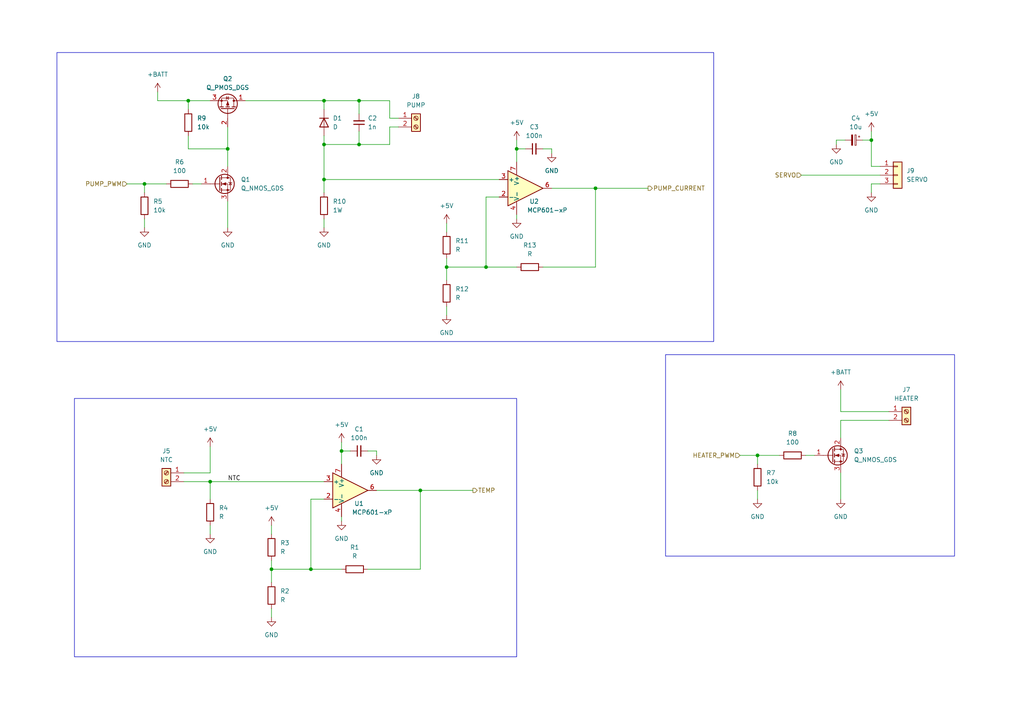
<source format=kicad_sch>
(kicad_sch (version 20230121) (generator eeschema)
  (paper "A4")
  (lib_symbols
    (symbol "Amplifier_Operational:MCP601-xP" (pin_names (offset 0.127))
      (property "Reference" "U" (at 0 6.35 0))
      (property "Value" "MCP601-xP" (at 0 3.81 0))
      (symbol "MCP601-xP_0_1"
        (polyline (pts (xy -5.08 5.08) (xy 5.08 0) (xy -5.08 -5.08) (xy -5.08 5.08)) (stroke (width 0.254)) (fill (type background)))
      )
      (symbol "MCP601-xP_1_1"
        (pin no_connect line (at -5.08 -2.54 90) (length 2.54) hide (name "NC") (number "1"))
        (pin input line (at -7.62 -2.54 0) (length 2.54) (name "-") (number "2"))
        (pin input line (at -7.62 2.54 0) (length 2.54) (name "+") (number "3"))
        (pin power_in line (at -2.54 -7.62 90) (length 3.81) (name "V-") (number "4"))
        (pin no_connect line (at -2.54 -2.54 90) (length 2.54) hide (name "NC") (number "5"))
        (pin output line (at 7.62 0 180) (length 2.54) (name "~") (number "6"))
        (pin power_in line (at -2.54 7.62 270) (length 3.81) (name "V+") (number "7"))
        (pin no_connect line (at 0 -2.54 90) (length 2.54) hide (name "NC") (number "8"))
      )
    )
    (symbol "Connector:Screw_Terminal_01x02" (pin_names (offset 1.016) hide)
      (property "Reference" "J" (at 0 2.54 0))
      (property "Value" "Screw_Terminal_01x02" (at 0 -5.08 0))
      (symbol "Screw_Terminal_01x02_1_1"
        (rectangle (start -1.27 1.27) (end 1.27 -3.81) (stroke (width 0.254)) (fill (type background)))
        (circle (center 0 -2.54) (radius 0.635) (stroke (width 0.1524)))
        (polyline (pts (xy -0.5334 -2.2098) (xy 0.3302 -3.048)) (stroke (width 0.1524)))
        (polyline (pts (xy -0.5334 0.3302) (xy 0.3302 -0.508)) (stroke (width 0.1524)))
        (polyline (pts (xy -0.3556 -2.032) (xy 0.508 -2.8702)) (stroke (width 0.1524)))
        (polyline (pts (xy -0.3556 0.508) (xy 0.508 -0.3302)) (stroke (width 0.1524)))
        (circle (center 0 0) (radius 0.635) (stroke (width 0.1524)))
        (pin passive line (at -5.08 0 0) (length 3.81) (name "Pin_1") (number "1"))
        (pin passive line (at -5.08 -2.54 0) (length 3.81) (name "Pin_2") (number "2"))
      )
    )
    (symbol "Connector_Generic:Conn_01x03" (pin_names (offset 1.016) hide)
      (property "Reference" "J" (at 0 5.08 0))
      (property "Value" "Conn_01x03" (at 0 -5.08 0))
      (symbol "Conn_01x03_1_1"
        (rectangle (start -1.27 -2.413) (end 0 -2.667) (stroke (width 0.1524)))
        (rectangle (start -1.27 0.127) (end 0 -0.127) (stroke (width 0.1524)))
        (rectangle (start -1.27 2.667) (end 0 2.413) (stroke (width 0.1524)))
        (rectangle (start -1.27 3.81) (end 1.27 -3.81) (stroke (width 0.254)) (fill (type background)))
        (pin passive line (at -5.08 2.54 0) (length 3.81) (name "Pin_1") (number "1"))
        (pin passive line (at -5.08 0 0) (length 3.81) (name "Pin_2") (number "2"))
        (pin passive line (at -5.08 -2.54 0) (length 3.81) (name "Pin_3") (number "3"))
      )
    )
    (symbol "Device:C_Polarized_Small" (pin_numbers hide) (pin_names (offset 0.254) hide)
      (property "Reference" "C" (at 0.254 1.778 0))
      (property "Value" "C_Polarized_Small" (at 0.254 -2.032 0))
      (symbol "C_Polarized_Small_0_1"
        (rectangle (start -1.524 -0.3048) (end 1.524 -0.6858) (fill (type outline)))
        (rectangle (start -1.524 0.6858) (end 1.524 0.3048))
        (polyline (pts (xy -1.27 1.524) (xy -0.762 1.524)))
        (polyline (pts (xy -1.016 1.27) (xy -1.016 1.778)))
      )
      (symbol "C_Polarized_Small_1_1"
        (pin passive line (at 0 2.54 270) (length 1.8542) (name "~") (number "1"))
        (pin passive line (at 0 -2.54 90) (length 1.8542) (name "~") (number "2"))
      )
    )
    (symbol "Device:C_Small" (pin_numbers hide) (pin_names (offset 0.254) hide)
      (property "Reference" "C" (at 0.254 1.778 0))
      (property "Value" "C_Small" (at 0.254 -2.032 0))
      (symbol "C_Small_0_1"
        (polyline (pts (xy -1.524 -0.508) (xy 1.524 -0.508)) (stroke (width 0.3302)))
        (polyline (pts (xy -1.524 0.508) (xy 1.524 0.508)) (stroke (width 0.3048)))
      )
      (symbol "C_Small_1_1"
        (pin passive line (at 0 2.54 270) (length 2.032) (name "~") (number "1"))
        (pin passive line (at 0 -2.54 90) (length 2.032) (name "~") (number "2"))
      )
    )
    (symbol "Device:D" (pin_numbers hide) (pin_names (offset 1.016) hide)
      (property "Reference" "D" (at 0 2.54 0))
      (property "Value" "D" (at 0 -2.54 0))
      (symbol "D_0_1"
        (polyline (pts (xy -1.27 1.27) (xy -1.27 -1.27)) (stroke (width 0.254)))
        (polyline (pts (xy 1.27 0) (xy -1.27 0)))
        (polyline (pts (xy 1.27 1.27) (xy 1.27 -1.27) (xy -1.27 0) (xy 1.27 1.27)) (stroke (width 0.254)))
      )
      (symbol "D_1_1"
        (pin passive line (at -3.81 0 0) (length 2.54) (name "K") (number "1"))
        (pin passive line (at 3.81 0 180) (length 2.54) (name "A") (number "2"))
      )
    )
    (symbol "Device:Q_NMOS_GDS" (pin_names (offset 0) hide)
      (property "Reference" "Q" (at 5.08 1.27 0))
      (property "Value" "Q_NMOS_GDS" (at 5.08 -1.27 0))
      (symbol "Q_NMOS_GDS_0_1"
        (polyline (pts (xy 0.254 0) (xy -2.54 0)))
        (polyline (pts (xy 0.254 1.905) (xy 0.254 -1.905)) (stroke (width 0.254)))
        (polyline (pts (xy 0.762 -1.27) (xy 0.762 -2.286)) (stroke (width 0.254)))
        (polyline (pts (xy 0.762 0.508) (xy 0.762 -0.508)) (stroke (width 0.254)))
        (polyline (pts (xy 0.762 2.286) (xy 0.762 1.27)) (stroke (width 0.254)))
        (polyline (pts (xy 2.54 2.54) (xy 2.54 1.778)))
        (polyline (pts (xy 2.54 -2.54) (xy 2.54 0) (xy 0.762 0)))
        (polyline (pts (xy 0.762 -1.778) (xy 3.302 -1.778) (xy 3.302 1.778) (xy 0.762 1.778)))
        (polyline (pts (xy 1.016 0) (xy 2.032 0.381) (xy 2.032 -0.381) (xy 1.016 0)) (fill (type outline)))
        (polyline (pts (xy 2.794 0.508) (xy 2.921 0.381) (xy 3.683 0.381) (xy 3.81 0.254)))
        (polyline (pts (xy 3.302 0.381) (xy 2.921 -0.254) (xy 3.683 -0.254) (xy 3.302 0.381)))
        (circle (center 1.651 0) (radius 2.794) (stroke (width 0.254)))
        (circle (center 2.54 -1.778) (radius 0.254) (fill (type outline)))
        (circle (center 2.54 1.778) (radius 0.254) (fill (type outline)))
      )
      (symbol "Q_NMOS_GDS_1_1"
        (pin input line (at -5.08 0 0) (length 2.54) (name "G") (number "1"))
        (pin passive line (at 2.54 5.08 270) (length 2.54) (name "D") (number "2"))
        (pin passive line (at 2.54 -5.08 90) (length 2.54) (name "S") (number "3"))
      )
    )
    (symbol "Device:Q_PMOS_DGS" (pin_names (offset 0) hide)
      (property "Reference" "Q" (at 5.08 1.27 0))
      (property "Value" "Q_PMOS_DGS" (at 5.08 -1.27 0))
      (symbol "Q_PMOS_DGS_0_1"
        (polyline (pts (xy 0.254 0) (xy -2.54 0)))
        (polyline (pts (xy 0.254 1.905) (xy 0.254 -1.905)) (stroke (width 0.254)))
        (polyline (pts (xy 0.762 -1.27) (xy 0.762 -2.286)) (stroke (width 0.254)))
        (polyline (pts (xy 0.762 0.508) (xy 0.762 -0.508)) (stroke (width 0.254)))
        (polyline (pts (xy 0.762 2.286) (xy 0.762 1.27)) (stroke (width 0.254)))
        (polyline (pts (xy 2.54 2.54) (xy 2.54 1.778)))
        (polyline (pts (xy 2.54 -2.54) (xy 2.54 0) (xy 0.762 0)))
        (polyline (pts (xy 0.762 1.778) (xy 3.302 1.778) (xy 3.302 -1.778) (xy 0.762 -1.778)))
        (polyline (pts (xy 2.286 0) (xy 1.27 0.381) (xy 1.27 -0.381) (xy 2.286 0)) (fill (type outline)))
        (polyline (pts (xy 2.794 -0.508) (xy 2.921 -0.381) (xy 3.683 -0.381) (xy 3.81 -0.254)))
        (polyline (pts (xy 3.302 -0.381) (xy 2.921 0.254) (xy 3.683 0.254) (xy 3.302 -0.381)))
        (circle (center 1.651 0) (radius 2.794) (stroke (width 0.254)))
        (circle (center 2.54 -1.778) (radius 0.254) (fill (type outline)))
        (circle (center 2.54 1.778) (radius 0.254) (fill (type outline)))
      )
      (symbol "Q_PMOS_DGS_1_1"
        (pin passive line (at 2.54 5.08 270) (length 2.54) (name "D") (number "1"))
        (pin input line (at -5.08 0 0) (length 2.54) (name "G") (number "2"))
        (pin passive line (at 2.54 -5.08 90) (length 2.54) (name "S") (number "3"))
      )
    )
    (symbol "Device:R" (pin_numbers hide) (pin_names (offset 0))
      (property "Reference" "R" (at 2.032 0 90))
      (property "Value" "R" (at 0 0 90))
      (symbol "R_0_1"
        (rectangle (start -1.016 -2.54) (end 1.016 2.54) (stroke (width 0.254)))
      )
      (symbol "R_1_1"
        (pin passive line (at 0 3.81 270) (length 1.27) (name "~") (number "1"))
        (pin passive line (at 0 -3.81 90) (length 1.27) (name "~") (number "2"))
      )
    )
    (symbol "power:+5V" (power) (pin_names (offset 0))
      (property "Value" "+5V" (at 0 3.556 0))
      (symbol "+5V_0_1"
        (polyline (pts (xy -0.762 1.27) (xy 0 2.54)))
        (polyline (pts (xy 0 0) (xy 0 2.54)))
        (polyline (pts (xy 0 2.54) (xy 0.762 1.27)))
      )
      (symbol "+5V_1_1"
        (pin power_in line (at 0 0 90) (length 0) hide (name "+5V") (number "1"))
      )
    )
    (symbol "power:+BATT" (power) (pin_names (offset 0))
      (property "Value" "+BATT" (at 0 3.556 0))
      (symbol "+BATT_0_1"
        (polyline (pts (xy -0.762 1.27) (xy 0 2.54)))
        (polyline (pts (xy 0 0) (xy 0 2.54)))
        (polyline (pts (xy 0 2.54) (xy 0.762 1.27)))
      )
      (symbol "+BATT_1_1"
        (pin power_in line (at 0 0 90) (length 0) hide (name "+BATT") (number "1"))
      )
    )
    (symbol "power:GND" (power) (pin_names (offset 0))
      (property "Value" "GND" (at 0 -3.81 0))
      (symbol "GND_0_1"
        (polyline (pts (xy 0 0) (xy 0 -1.27) (xy 1.27 -1.27) (xy 0 -2.54) (xy -1.27 -1.27) (xy 0 -1.27)))
      )
      (symbol "GND_1_1"
        (pin power_in line (at 0 0 270) (length 0) hide (name "GND") (number "1"))
      )
    )
  )
  (junction (at 104.14 29.21))
  (junction (at 140.97 77.47))
  (junction (at 99.06 130.81))
  (junction (at 93.98 41.91))
  (junction (at 66.04 43.18))
  (junction (at 129.54 77.47))
  (junction (at 54.61 29.21))
  (junction (at 121.92 142.24))
  (junction (at 93.98 29.21))
  (junction (at 172.72 54.61))
  (junction (at 104.14 41.91))
  (junction (at 93.98 52.07))
  (junction (at 90.17 165.1))
  (junction (at 60.96 139.7))
  (junction (at 41.91 53.34))
  (junction (at 149.86 43.18))
  (junction (at 219.71 132.08))
  (junction (at 252.73 40.64))
  (junction (at 78.74 165.1))
  (wire (pts (xy 104.14 41.91) (xy 93.98 41.91)))
  (wire (pts (xy 71.12 29.21) (xy 93.98 29.21)))
  (wire (pts (xy 113.03 36.83) (xy 113.03 41.91)))
  (wire (pts (xy 45.72 26.67) (xy 45.72 29.21)))
  (wire (pts (xy 140.97 77.47) (xy 149.86 77.47)))
  (wire (pts (xy 93.98 63.5) (xy 93.98 66.04)))
  (wire (pts (xy 214.63 132.08) (xy 219.71 132.08)))
  (wire (pts (xy 113.03 29.21) (xy 113.03 34.29)))
  (wire (pts (xy 245.11 40.64) (xy 242.57 40.64)))
  (wire (pts (xy 157.48 43.18) (xy 160.02 43.18)))
  (wire (pts (xy 60.96 139.7) (xy 93.98 139.7)))
  (wire (pts (xy 104.14 38.1) (xy 104.14 41.91)))
  (wire (pts (xy 129.54 88.9) (xy 129.54 91.44)))
  (wire (pts (xy 149.86 40.64) (xy 149.86 43.18)))
  (wire (pts (xy 78.74 165.1) (xy 78.74 168.91)))
  (wire (pts (xy 140.97 57.15) (xy 140.97 77.47)))
  (wire (pts (xy 113.03 41.91) (xy 104.14 41.91)))
  (wire (pts (xy 242.57 40.64) (xy 242.57 41.91)))
  (wire (pts (xy 55.88 53.34) (xy 58.42 53.34)))
  (wire (pts (xy 252.73 40.64) (xy 252.73 48.26)))
  (wire (pts (xy 113.03 34.29) (xy 115.57 34.29)))
  (wire (pts (xy 233.68 132.08) (xy 236.22 132.08)))
  (wire (pts (xy 255.27 53.34) (xy 252.73 53.34)))
  (wire (pts (xy 54.61 43.18) (xy 66.04 43.18)))
  (wire (pts (xy 252.73 53.34) (xy 252.73 55.88)))
  (wire (pts (xy 121.92 165.1) (xy 121.92 142.24)))
  (wire (pts (xy 93.98 144.78) (xy 90.17 144.78)))
  (wire (pts (xy 106.68 130.81) (xy 109.22 130.81)))
  (wire (pts (xy 54.61 39.37) (xy 54.61 43.18)))
  (wire (pts (xy 66.04 36.83) (xy 66.04 43.18)))
  (wire (pts (xy 41.91 63.5) (xy 41.91 66.04)))
  (wire (pts (xy 172.72 54.61) (xy 187.96 54.61)))
  (wire (pts (xy 243.84 121.92) (xy 257.81 121.92)))
  (wire (pts (xy 152.4 43.18) (xy 149.86 43.18)))
  (wire (pts (xy 45.72 29.21) (xy 54.61 29.21)))
  (wire (pts (xy 60.96 129.54) (xy 60.96 137.16)))
  (wire (pts (xy 90.17 144.78) (xy 90.17 165.1)))
  (wire (pts (xy 36.83 53.34) (xy 41.91 53.34)))
  (wire (pts (xy 129.54 77.47) (xy 140.97 77.47)))
  (wire (pts (xy 129.54 77.47) (xy 129.54 81.28)))
  (wire (pts (xy 104.14 33.02) (xy 104.14 29.21)))
  (wire (pts (xy 252.73 48.26) (xy 255.27 48.26)))
  (wire (pts (xy 41.91 53.34) (xy 48.26 53.34)))
  (wire (pts (xy 60.96 152.4) (xy 60.96 154.94)))
  (wire (pts (xy 60.96 137.16) (xy 53.34 137.16)))
  (wire (pts (xy 149.86 43.18) (xy 149.86 46.99)))
  (wire (pts (xy 53.34 139.7) (xy 60.96 139.7)))
  (wire (pts (xy 54.61 29.21) (xy 60.96 29.21)))
  (wire (pts (xy 115.57 36.83) (xy 113.03 36.83)))
  (wire (pts (xy 93.98 29.21) (xy 104.14 29.21)))
  (wire (pts (xy 93.98 41.91) (xy 93.98 52.07)))
  (wire (pts (xy 90.17 165.1) (xy 99.06 165.1)))
  (wire (pts (xy 219.71 142.24) (xy 219.71 144.78)))
  (wire (pts (xy 250.19 40.64) (xy 252.73 40.64)))
  (wire (pts (xy 78.74 176.53) (xy 78.74 179.07)))
  (wire (pts (xy 93.98 29.21) (xy 93.98 31.75)))
  (wire (pts (xy 104.14 29.21) (xy 113.03 29.21)))
  (wire (pts (xy 160.02 43.18) (xy 160.02 44.45)))
  (wire (pts (xy 243.84 113.03) (xy 243.84 119.38)))
  (wire (pts (xy 41.91 53.34) (xy 41.91 55.88)))
  (wire (pts (xy 232.41 50.8) (xy 255.27 50.8)))
  (wire (pts (xy 121.92 142.24) (xy 137.16 142.24)))
  (wire (pts (xy 78.74 165.1) (xy 90.17 165.1)))
  (wire (pts (xy 149.86 62.23) (xy 149.86 63.5)))
  (wire (pts (xy 252.73 38.1) (xy 252.73 40.64)))
  (wire (pts (xy 101.6 130.81) (xy 99.06 130.81)))
  (wire (pts (xy 172.72 54.61) (xy 160.02 54.61)))
  (wire (pts (xy 243.84 121.92) (xy 243.84 127)))
  (wire (pts (xy 172.72 77.47) (xy 172.72 54.61)))
  (wire (pts (xy 243.84 119.38) (xy 257.81 119.38)))
  (wire (pts (xy 109.22 130.81) (xy 109.22 132.08)))
  (wire (pts (xy 129.54 74.93) (xy 129.54 77.47)))
  (wire (pts (xy 78.74 152.4) (xy 78.74 154.94)))
  (wire (pts (xy 93.98 52.07) (xy 93.98 55.88)))
  (wire (pts (xy 144.78 57.15) (xy 140.97 57.15)))
  (wire (pts (xy 78.74 162.56) (xy 78.74 165.1)))
  (wire (pts (xy 60.96 139.7) (xy 60.96 144.78)))
  (wire (pts (xy 219.71 132.08) (xy 219.71 134.62)))
  (wire (pts (xy 99.06 130.81) (xy 99.06 134.62)))
  (wire (pts (xy 93.98 41.91) (xy 93.98 39.37)))
  (wire (pts (xy 106.68 165.1) (xy 121.92 165.1)))
  (wire (pts (xy 243.84 137.16) (xy 243.84 144.78)))
  (wire (pts (xy 121.92 142.24) (xy 109.22 142.24)))
  (wire (pts (xy 99.06 149.86) (xy 99.06 151.13)))
  (wire (pts (xy 219.71 132.08) (xy 226.06 132.08)))
  (wire (pts (xy 93.98 52.07) (xy 144.78 52.07)))
  (wire (pts (xy 66.04 58.42) (xy 66.04 66.04)))
  (wire (pts (xy 54.61 29.21) (xy 54.61 31.75)))
  (wire (pts (xy 129.54 64.77) (xy 129.54 67.31)))
  (wire (pts (xy 66.04 43.18) (xy 66.04 48.26)))
  (wire (pts (xy 99.06 128.27) (xy 99.06 130.81)))
  (wire (pts (xy 157.48 77.47) (xy 172.72 77.47)))
  (rectangle (start 21.59 115.57) (end 149.86 190.5))
  (rectangle (start 193.04 102.87) (end 276.86 161.29))
  (rectangle (start 16.51 15.24) (end 207.01 99.06))
  (text "Could use NTC or PTC" (at -38.1 139.7 0) (effects (font (size 1.27 1.27)) (justify left bottom)))
  (text "thermocouple is possible,\nbut more complex to get good reading" (at -38.1 146.05 0) (effects (font (size 1.27 1.27)) (justify left bottom)))
  (label "NTC" (at 66.04 139.7 0))
  (hierarchical_label "PUMP_CURRENT" (shape output) (at 187.96 54.61 0))
  (hierarchical_label "TEMP" (shape output) (at 137.16 142.24 0))
  (hierarchical_label "SERVO" (shape input) (at 232.41 50.8 180))
  (hierarchical_label "HEATER_PWM" (shape input) (at 214.63 132.08 180))
  (hierarchical_label "PUMP_PWM" (shape input) (at 36.83 53.34 180))
  (symbol (lib_id "Amplifier_Operational:MCP601-xP") (at 101.6 142.24 0) (unit 1)
    (property "Reference" "U1" (at 104.14 146.05 0))
    (property "Value" "MCP601-xP" (at 107.95 148.59 0))
    (property "Footprint" "Package_DIP:DIP-8_W7.62mm" (effects hide))
    (property "Datasheet" "http://ww1.microchip.com/downloads/en/DeviceDoc/21314g.pdf" (effects hide))
  )
  (symbol (lib_id "Connector_Generic:Conn_01x03") (at 260.35 50.8 0) (unit 1)
    (property "Reference" "J9" (at 262.89 49.53 0) (effects (justify left)))
    (property "Value" "SERVO" (at 262.89 52.07 0) (effects (justify left)))
    (property "Footprint" "Connector_PinHeader_2.54mm:PinHeader_1x03_P2.54mm_Vertical" (effects hide))
  )
  (symbol (lib_id "power:+5V") (at 60.96 129.54 0) (unit 1)
    (property "Reference" "#PWR017" (effects hide))
    (property "Value" "+5V" (at 60.96 124.46 0))
  )
  (symbol (lib_id "power:GND") (at 109.22 132.08 0) (unit 1)
    (property "Reference" "#PWR013" (effects hide))
    (property "Value" "GND" (at 109.22 137.16 0))
  )
  (symbol (lib_id "Device:C_Polarized_Small") (at 247.65 40.64 270) (unit 1)
    (property "Reference" "C4" (at 248.1961 34.29 90))
    (property "Value" "10u" (at 248.1961 36.83 90))
    (property "Footprint" "Capacitor_THT:CP_Radial_D5.0mm_P2.50mm" (effects hide))
  )
  (symbol (lib_id "Device:R") (at 219.71 138.43 0) (unit 1)
    (property "Reference" "R7" (at 222.25 137.16 0) (effects (justify left)))
    (property "Value" "10k" (at 222.25 139.7 0) (effects (justify left)))
    (property "Footprint" "Resistor_THT:R_Axial_DIN0207_L6.3mm_D2.5mm_P7.62mm_Horizontal" (effects hide))
  )
  (symbol (lib_id "Connector:Screw_Terminal_01x02") (at 262.89 119.38 0) (unit 1)
    (property "Reference" "J7" (at 262.89 113.03 0))
    (property "Value" "HEATER" (at 262.89 115.57 0))
    (property "Footprint" "TerminalBlock:TerminalBlock_bornier-2_P5.08mm" (effects hide))
  )
  (symbol (lib_id "Device:R") (at 60.96 148.59 180) (unit 1)
    (property "Reference" "R4" (at 63.5 147.32 0) (effects (justify right)))
    (property "Value" "R" (at 63.5 149.86 0) (effects (justify right)))
    (property "Footprint" "Resistor_THT:R_Axial_DIN0207_L6.3mm_D2.5mm_P7.62mm_Horizontal" (effects hide))
  )
  (symbol (lib_id "Device:R") (at 229.87 132.08 270) (unit 1)
    (property "Reference" "R8" (at 229.87 125.73 90))
    (property "Value" "100" (at 229.87 128.27 90))
    (property "Footprint" "Resistor_THT:R_Axial_DIN0207_L6.3mm_D2.5mm_P7.62mm_Horizontal" (effects hide))
  )
  (symbol (lib_id "power:GND") (at 41.91 66.04 0) (unit 1)
    (property "Reference" "#PWR020" (effects hide))
    (property "Value" "GND" (at 41.91 71.12 0))
  )
  (symbol (lib_id "Device:C_Small") (at 104.14 130.81 90) (unit 1)
    (property "Reference" "C1" (at 104.1463 124.46 90))
    (property "Value" "100n" (at 104.1463 127 90))
    (property "Footprint" "Capacitor_THT:C_Disc_D4.7mm_W2.5mm_P5.00mm" (effects hide))
  )
  (symbol (lib_id "power:+5V") (at 78.74 152.4 0) (unit 1)
    (property "Reference" "#PWR014" (effects hide))
    (property "Value" "+5V" (at 78.74 147.32 0))
  )
  (symbol (lib_id "power:+5V") (at 149.86 40.64 0) (unit 1)
    (property "Reference" "#PWR030" (effects hide))
    (property "Value" "+5V" (at 149.86 35.56 0))
  )
  (symbol (lib_id "Connector:Screw_Terminal_01x02") (at 120.65 34.29 0) (unit 1)
    (property "Reference" "J8" (at 120.65 27.94 0))
    (property "Value" "PUMP" (at 120.65 30.48 0))
    (property "Footprint" "TerminalBlock:TerminalBlock_bornier-2_P5.08mm" (effects hide))
  )
  (symbol (lib_id "Amplifier_Operational:MCP601-xP") (at 152.4 54.61 0) (unit 1)
    (property "Reference" "U2" (at 154.94 58.42 0))
    (property "Value" "MCP601-xP" (at 158.75 60.96 0))
    (property "Footprint" "Package_DIP:DIP-8_W7.62mm" (effects hide))
    (property "Datasheet" "http://ww1.microchip.com/downloads/en/DeviceDoc/21314g.pdf" (effects hide))
  )
  (symbol (lib_id "Device:R") (at 54.61 35.56 180) (unit 1)
    (property "Reference" "R9" (at 57.15 34.29 0) (effects (justify right)))
    (property "Value" "10k" (at 57.15 36.83 0) (effects (justify right)))
    (property "Footprint" "Resistor_THT:R_Axial_DIN0207_L6.3mm_D2.5mm_P7.62mm_Horizontal" (effects hide))
  )
  (symbol (lib_id "Device:R") (at 52.07 53.34 270) (unit 1)
    (property "Reference" "R6" (at 52.07 46.99 90))
    (property "Value" "100" (at 52.07 49.53 90))
    (property "Footprint" "Resistor_THT:R_Axial_DIN0207_L6.3mm_D2.5mm_P7.62mm_Horizontal" (effects hide))
  )
  (symbol (lib_id "Device:R") (at 153.67 77.47 90) (unit 1)
    (property "Reference" "R13" (at 153.67 71.12 90))
    (property "Value" "R" (at 153.67 73.66 90))
    (property "Footprint" "Resistor_THT:R_Axial_DIN0207_L6.3mm_D2.5mm_P7.62mm_Horizontal" (effects hide))
  )
  (symbol (lib_id "power:GND") (at 219.71 144.78 0) (unit 1)
    (property "Reference" "#PWR023" (effects hide))
    (property "Value" "GND" (at 219.71 149.86 0))
  )
  (symbol (lib_id "Device:Q_NMOS_GDS") (at 63.5 53.34 0) (unit 1)
    (property "Reference" "Q1" (at 69.85 52.07 0) (effects (justify left)))
    (property "Value" "Q_NMOS_GDS" (at 69.85 54.61 0) (effects (justify left)))
    (property "Footprint" "Package_TO_SOT_THT:TO-92_Inline" (effects hide))
  )
  (symbol (lib_id "Connector:Screw_Terminal_01x02") (at 48.26 137.16 0) (mirror y) (unit 1)
    (property "Reference" "J5" (at 48.26 130.81 0))
    (property "Value" "NTC" (at 48.26 133.35 0))
    (property "Footprint" "TerminalBlock:TerminalBlock_bornier-2_P5.08mm" (effects hide))
  )
  (symbol (lib_id "Device:R") (at 78.74 172.72 180) (unit 1)
    (property "Reference" "R2" (at 81.28 171.45 0) (effects (justify right)))
    (property "Value" "R" (at 81.28 173.99 0) (effects (justify right)))
    (property "Footprint" "Resistor_THT:R_Axial_DIN0207_L6.3mm_D2.5mm_P7.62mm_Horizontal" (effects hide))
  )
  (symbol (lib_id "Device:D") (at 93.98 35.56 270) (unit 1)
    (property "Reference" "D1" (at 96.52 34.29 90) (effects (justify left)))
    (property "Value" "D" (at 96.52 36.83 90) (effects (justify left)))
    (property "Footprint" "Diode_THT:D_DO-35_SOD27_P7.62mm_Horizontal" (effects hide))
    (property "Sim.Device" "D" (effects hide))
    (property "Sim.Pins" "1=K 2=A" (effects hide))
  )
  (symbol (lib_id "power:GND") (at 243.84 144.78 0) (unit 1)
    (property "Reference" "#PWR025" (effects hide))
    (property "Value" "GND" (at 243.84 149.86 0))
  )
  (symbol (lib_id "power:GND") (at 242.57 41.91 0) (mirror y) (unit 1)
    (property "Reference" "#PWR036" (effects hide))
    (property "Value" "GND" (at 242.57 46.99 0))
  )
  (symbol (lib_id "power:GND") (at 66.04 66.04 0) (unit 1)
    (property "Reference" "#PWR026" (effects hide))
    (property "Value" "GND" (at 66.04 71.12 0))
  )
  (symbol (lib_id "Device:C_Small") (at 154.94 43.18 90) (unit 1)
    (property "Reference" "C3" (at 154.9463 36.83 90))
    (property "Value" "100n" (at 154.9463 39.37 90))
    (property "Footprint" "Capacitor_THT:C_Disc_D4.7mm_W2.5mm_P5.00mm" (effects hide))
  )
  (symbol (lib_id "Device:Q_PMOS_DGS") (at 66.04 31.75 270) (mirror x) (unit 1)
    (property "Reference" "Q2" (at 66.04 22.86 90))
    (property "Value" "Q_PMOS_DGS" (at 66.04 25.4 90))
    (property "Footprint" "Package_TO_SOT_THT:TO-220-3_Vertical" (effects hide))
  )
  (symbol (lib_id "Device:R") (at 129.54 85.09 180) (unit 1)
    (property "Reference" "R12" (at 132.08 83.82 0) (effects (justify right)))
    (property "Value" "R" (at 132.08 86.36 0) (effects (justify right)))
    (property "Footprint" "Resistor_THT:R_Axial_DIN0207_L6.3mm_D2.5mm_P7.62mm_Horizontal" (effects hide))
  )
  (symbol (lib_id "Device:R") (at 102.87 165.1 90) (unit 1)
    (property "Reference" "R1" (at 102.87 158.75 90))
    (property "Value" "R" (at 102.87 161.29 90))
    (property "Footprint" "Resistor_THT:R_Axial_DIN0207_L6.3mm_D2.5mm_P7.62mm_Horizontal" (effects hide))
  )
  (symbol (lib_id "Device:R") (at 78.74 158.75 180) (unit 1)
    (property "Reference" "R3" (at 81.28 157.48 0) (effects (justify right)))
    (property "Value" "R" (at 81.28 160.02 0) (effects (justify right)))
    (property "Footprint" "Resistor_THT:R_Axial_DIN0207_L6.3mm_D2.5mm_P7.62mm_Horizontal" (effects hide))
  )
  (symbol (lib_id "power:GND") (at 160.02 44.45 0) (unit 1)
    (property "Reference" "#PWR032" (effects hide))
    (property "Value" "GND" (at 160.02 49.53 0))
  )
  (symbol (lib_id "power:GND") (at 60.96 154.94 0) (unit 1)
    (property "Reference" "#PWR016" (effects hide))
    (property "Value" "GND" (at 60.96 160.02 0))
  )
  (symbol (lib_id "power:+5V") (at 99.06 128.27 0) (unit 1)
    (property "Reference" "#PWR012" (effects hide))
    (property "Value" "+5V" (at 99.06 123.19 0))
  )
  (symbol (lib_id "power:+5V") (at 252.73 38.1 0) (mirror y) (unit 1)
    (property "Reference" "#PWR035" (effects hide))
    (property "Value" "+5V" (at 252.73 33.02 0))
  )
  (symbol (lib_id "power:GND") (at 149.86 63.5 0) (unit 1)
    (property "Reference" "#PWR031" (effects hide))
    (property "Value" "GND" (at 149.86 68.58 0))
  )
  (symbol (lib_id "Device:R") (at 93.98 59.69 0) (unit 1)
    (property "Reference" "R10" (at 96.52 58.42 0) (effects (justify left)))
    (property "Value" "1W" (at 96.52 60.96 0) (effects (justify left)))
    (property "Footprint" "Resistor_THT:R_Axial_DIN0309_L9.0mm_D3.2mm_P12.70mm_Horizontal" (effects hide))
  )
  (symbol (lib_id "Device:Q_NMOS_GDS") (at 241.3 132.08 0) (unit 1)
    (property "Reference" "Q3" (at 247.65 130.81 0) (effects (justify left)))
    (property "Value" "Q_NMOS_GDS" (at 247.65 133.35 0) (effects (justify left)))
    (property "Footprint" "Package_TO_SOT_THT:TO-220-3_Vertical" (effects hide))
  )
  (symbol (lib_id "power:GND") (at 78.74 179.07 0) (unit 1)
    (property "Reference" "#PWR015" (effects hide))
    (property "Value" "GND" (at 78.74 184.15 0))
  )
  (symbol (lib_id "power:GND") (at 252.73 55.88 0) (unit 1)
    (property "Reference" "#PWR034" (effects hide))
    (property "Value" "GND" (at 252.73 60.96 0))
  )
  (symbol (lib_id "power:+BATT") (at 45.72 26.67 0) (unit 1)
    (property "Reference" "#PWR024" (effects hide))
    (property "Value" "+BATT" (at 45.72 21.59 0))
  )
  (symbol (lib_id "power:+5V") (at 129.54 64.77 0) (unit 1)
    (property "Reference" "#PWR028" (effects hide))
    (property "Value" "+5V" (at 129.54 59.69 0))
  )
  (symbol (lib_id "Device:R") (at 129.54 71.12 180) (unit 1)
    (property "Reference" "R11" (at 132.08 69.85 0) (effects (justify right)))
    (property "Value" "R" (at 132.08 72.39 0) (effects (justify right)))
    (property "Footprint" "Resistor_THT:R_Axial_DIN0207_L6.3mm_D2.5mm_P7.62mm_Horizontal" (effects hide))
  )
  (symbol (lib_id "power:GND") (at 93.98 66.04 0) (unit 1)
    (property "Reference" "#PWR027" (effects hide))
    (property "Value" "GND" (at 93.98 71.12 0))
  )
  (symbol (lib_id "power:+BATT") (at 243.84 113.03 0) (unit 1)
    (property "Reference" "#PWR018" (effects hide))
    (property "Value" "+BATT" (at 243.84 107.95 0))
  )
  (symbol (lib_id "Device:R") (at 41.91 59.69 0) (unit 1)
    (property "Reference" "R5" (at 44.45 58.42 0) (effects (justify left)))
    (property "Value" "10k" (at 44.45 60.96 0) (effects (justify left)))
    (property "Footprint" "Resistor_THT:R_Axial_DIN0207_L6.3mm_D2.5mm_P7.62mm_Horizontal" (effects hide))
  )
  (symbol (lib_id "power:GND") (at 99.06 151.13 0) (unit 1)
    (property "Reference" "#PWR011" (effects hide))
    (property "Value" "GND" (at 99.06 156.21 0))
  )
  (symbol (lib_id "power:GND") (at 129.54 91.44 0) (unit 1)
    (property "Reference" "#PWR029" (effects hide))
    (property "Value" "GND" (at 129.54 96.52 0))
  )
  (symbol (lib_id "Device:C_Small") (at 104.14 35.56 180) (unit 1)
    (property "Reference" "C2" (at 106.68 34.2836 0) (effects (justify right)))
    (property "Value" "1n" (at 106.68 36.8236 0) (effects (justify right)))
    (property "Footprint" "Capacitor_THT:C_Disc_D4.7mm_W2.5mm_P5.00mm" (effects hide))
  )
)
</source>
